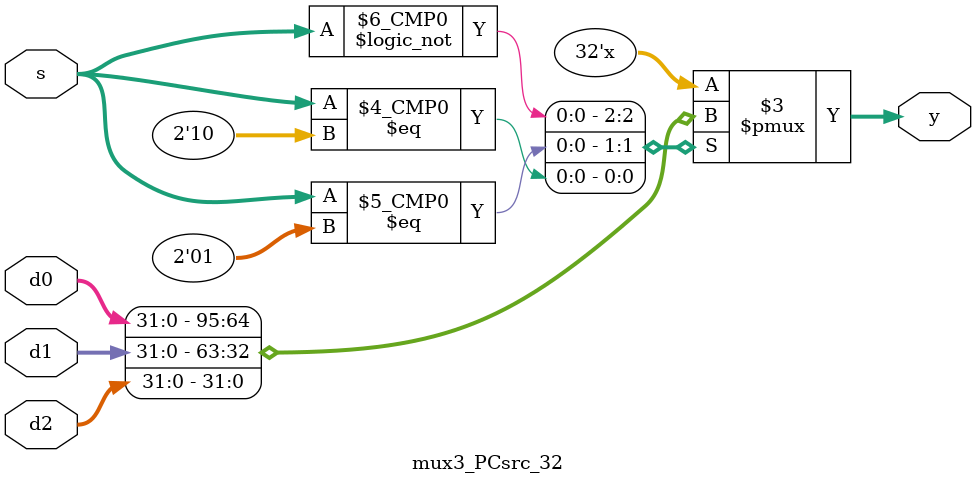
<source format=sv>
`timescale 1ns / 1ps

module mux3_PCsrc_32(
    input   logic [31:0] d0, d1, d2,
    input   logic [1:0] s,
    output  logic [31:0] y
    );
    
    always_comb
        case(s)
        2'b00: y = d0;
        2'b01: y = d1;
        2'b10: y = d2;
        default: y = 32'bx;
        endcase
    
endmodule

</source>
